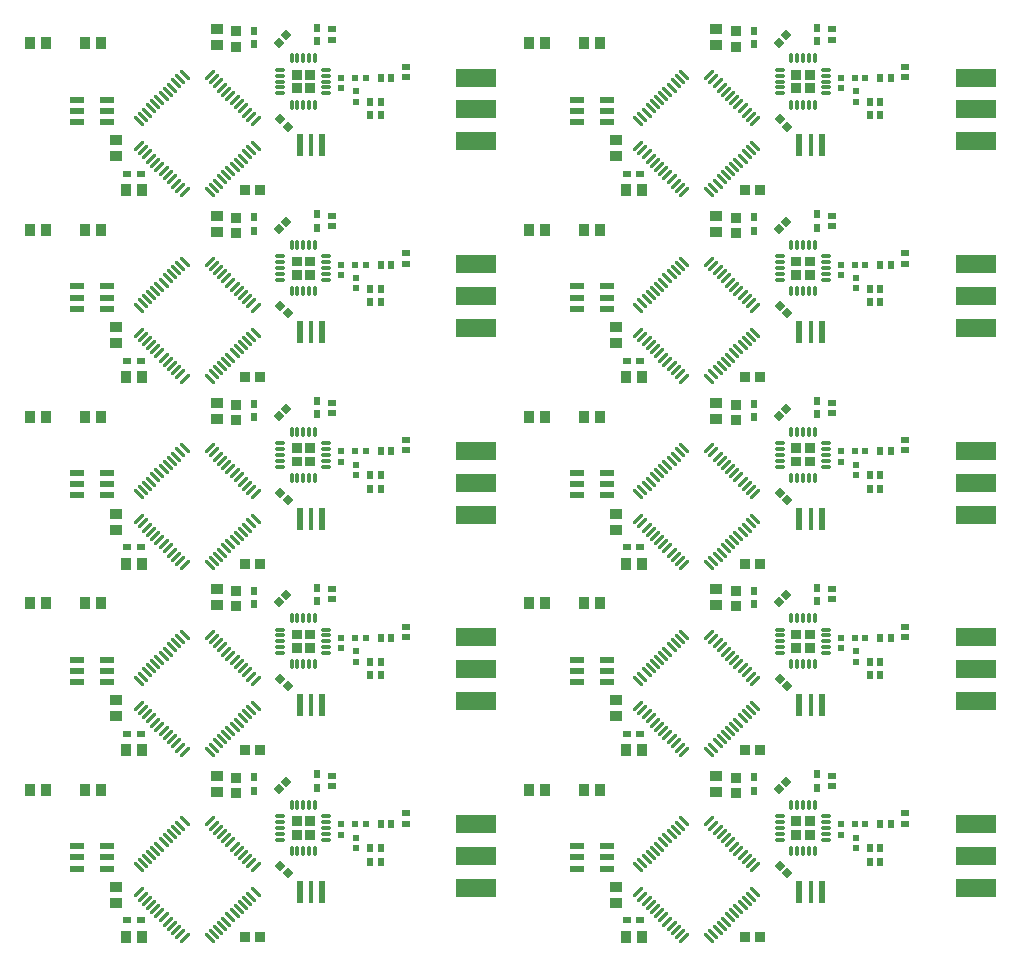
<source format=gtp>
G04*
G04 #@! TF.GenerationSoftware,Altium Limited,Altium Designer,22.10.1 (41)*
G04*
G04 Layer_Color=8421504*
%FSTAX24Y24*%
%MOIN*%
G70*
G04*
G04 #@! TF.SameCoordinates,3ABB2080-4673-4E4B-9202-AF62ACB4AD27*
G04*
G04*
G04 #@! TF.FilePolarity,Positive*
G04*
G01*
G75*
%ADD17R,0.1378X0.0591*%
G04:AMPARAMS|DCode=18|XSize=25.2mil|YSize=23.6mil|CornerRadius=0mil|HoleSize=0mil|Usage=FLASHONLY|Rotation=225.000|XOffset=0mil|YOffset=0mil|HoleType=Round|Shape=Rectangle|*
%AMROTATEDRECTD18*
4,1,4,0.0006,0.0173,0.0173,0.0006,-0.0006,-0.0173,-0.0173,-0.0006,0.0006,0.0173,0.0*
%
%ADD18ROTATEDRECTD18*%

G04:AMPARAMS|DCode=19|XSize=25.2mil|YSize=23.6mil|CornerRadius=0mil|HoleSize=0mil|Usage=FLASHONLY|Rotation=135.000|XOffset=0mil|YOffset=0mil|HoleType=Round|Shape=Rectangle|*
%AMROTATEDRECTD19*
4,1,4,0.0173,-0.0006,0.0006,-0.0173,-0.0173,0.0006,-0.0006,0.0173,0.0173,-0.0006,0.0*
%
%ADD19ROTATEDRECTD19*%

%ADD20R,0.0236X0.0252*%
%ADD21R,0.0252X0.0236*%
%ADD22R,0.0394X0.0354*%
%ADD23R,0.0354X0.0394*%
%ADD24R,0.0236X0.0197*%
%ADD25R,0.0197X0.0236*%
%ADD26R,0.0335X0.0374*%
%ADD27R,0.0295X0.0236*%
%ADD28R,0.0236X0.0295*%
%ADD29R,0.0374X0.0335*%
G04:AMPARAMS|DCode=30|XSize=47.6mil|YSize=23.2mil|CornerRadius=2.9mil|HoleSize=0mil|Usage=FLASHONLY|Rotation=0.000|XOffset=0mil|YOffset=0mil|HoleType=Round|Shape=RoundedRectangle|*
%AMROUNDEDRECTD30*
21,1,0.0476,0.0174,0,0,0.0*
21,1,0.0418,0.0232,0,0,0.0*
1,1,0.0058,0.0209,-0.0087*
1,1,0.0058,-0.0209,-0.0087*
1,1,0.0058,-0.0209,0.0087*
1,1,0.0058,0.0209,0.0087*
%
%ADD30ROUNDEDRECTD30*%
%ADD31R,0.0157X0.0748*%
%ADD32R,0.0236X0.0748*%
G04:AMPARAMS|DCode=34|XSize=31.9mil|YSize=10.2mil|CornerRadius=1.3mil|HoleSize=0mil|Usage=FLASHONLY|Rotation=0.000|XOffset=0mil|YOffset=0mil|HoleType=Round|Shape=RoundedRectangle|*
%AMROUNDEDRECTD34*
21,1,0.0319,0.0077,0,0,0.0*
21,1,0.0293,0.0102,0,0,0.0*
1,1,0.0026,0.0147,-0.0038*
1,1,0.0026,-0.0147,-0.0038*
1,1,0.0026,-0.0147,0.0038*
1,1,0.0026,0.0147,0.0038*
%
%ADD34ROUNDEDRECTD34*%
G04:AMPARAMS|DCode=35|XSize=31.9mil|YSize=10.2mil|CornerRadius=1.3mil|HoleSize=0mil|Usage=FLASHONLY|Rotation=90.000|XOffset=0mil|YOffset=0mil|HoleType=Round|Shape=RoundedRectangle|*
%AMROUNDEDRECTD35*
21,1,0.0319,0.0077,0,0,90.0*
21,1,0.0293,0.0102,0,0,90.0*
1,1,0.0026,0.0038,0.0147*
1,1,0.0026,0.0038,-0.0147*
1,1,0.0026,-0.0038,-0.0147*
1,1,0.0026,-0.0038,0.0147*
%
%ADD35ROUNDEDRECTD35*%
G04:AMPARAMS|DCode=36|XSize=11.8mil|YSize=47.2mil|CornerRadius=0mil|HoleSize=0mil|Usage=FLASHONLY|Rotation=225.000|XOffset=0mil|YOffset=0mil|HoleType=Round|Shape=Round|*
%AMOVALD36*
21,1,0.0354,0.0118,0.0000,0.0000,315.0*
1,1,0.0118,-0.0125,0.0125*
1,1,0.0118,0.0125,-0.0125*
%
%ADD36OVALD36*%

G04:AMPARAMS|DCode=37|XSize=11.8mil|YSize=47.2mil|CornerRadius=0mil|HoleSize=0mil|Usage=FLASHONLY|Rotation=135.000|XOffset=0mil|YOffset=0mil|HoleType=Round|Shape=Round|*
%AMOVALD37*
21,1,0.0354,0.0118,0.0000,0.0000,225.0*
1,1,0.0118,0.0125,0.0125*
1,1,0.0118,-0.0125,-0.0125*
%
%ADD37OVALD37*%

G36*
X044157Y042399D02*
X043834D01*
Y042721D01*
X044157D01*
Y042399D01*
D02*
G37*
G36*
X027504D02*
X02718D01*
Y042721D01*
X027504D01*
Y042399D01*
D02*
G37*
G36*
X044606Y042399D02*
X044283D01*
Y042721D01*
X044606D01*
Y042399D01*
D02*
G37*
G36*
X027952D02*
X02763D01*
Y042721D01*
X027952D01*
Y042399D01*
D02*
G37*
G36*
X044606Y04195D02*
X044283D01*
Y042273D01*
X044606D01*
Y04195D01*
D02*
G37*
G36*
X027952D02*
X02763D01*
Y042273D01*
X027952D01*
Y04195D01*
D02*
G37*
G36*
X044157Y041949D02*
X043834D01*
Y042273D01*
X044157D01*
Y041949D01*
D02*
G37*
G36*
X027504D02*
X027181D01*
Y042273D01*
X027504D01*
Y041949D01*
D02*
G37*
G36*
X044157Y036178D02*
X043834D01*
Y036501D01*
X044157D01*
Y036178D01*
D02*
G37*
G36*
X027504D02*
X02718D01*
Y036501D01*
X027504D01*
Y036178D01*
D02*
G37*
G36*
X044606Y036178D02*
X044283D01*
Y036501D01*
X044606D01*
Y036178D01*
D02*
G37*
G36*
X027952D02*
X02763D01*
Y036501D01*
X027952D01*
Y036178D01*
D02*
G37*
G36*
X044606Y035729D02*
X044283D01*
Y036052D01*
X044606D01*
Y035729D01*
D02*
G37*
G36*
X027952D02*
X02763D01*
Y036052D01*
X027952D01*
Y035729D01*
D02*
G37*
G36*
X044157Y035729D02*
X043834D01*
Y036052D01*
X044157D01*
Y035729D01*
D02*
G37*
G36*
X027504D02*
X027181D01*
Y036052D01*
X027504D01*
Y035729D01*
D02*
G37*
G36*
X044157Y029958D02*
X043834D01*
Y03028D01*
X044157D01*
Y029958D01*
D02*
G37*
G36*
X027504D02*
X02718D01*
Y03028D01*
X027504D01*
Y029958D01*
D02*
G37*
G36*
X044606Y029958D02*
X044283D01*
Y03028D01*
X044606D01*
Y029958D01*
D02*
G37*
G36*
X027952D02*
X02763D01*
Y03028D01*
X027952D01*
Y029958D01*
D02*
G37*
G36*
X044606Y029509D02*
X044283D01*
Y029832D01*
X044606D01*
Y029509D01*
D02*
G37*
G36*
X027952D02*
X02763D01*
Y029832D01*
X027952D01*
Y029509D01*
D02*
G37*
G36*
X044157Y029509D02*
X043834D01*
Y029832D01*
X044157D01*
Y029509D01*
D02*
G37*
G36*
X027504D02*
X027181D01*
Y029832D01*
X027504D01*
Y029509D01*
D02*
G37*
G36*
X044157Y023737D02*
X043834D01*
Y02406D01*
X044157D01*
Y023737D01*
D02*
G37*
G36*
X027504D02*
X02718D01*
Y02406D01*
X027504D01*
Y023737D01*
D02*
G37*
G36*
X044606Y023737D02*
X044283D01*
Y02406D01*
X044606D01*
Y023737D01*
D02*
G37*
G36*
X027952D02*
X02763D01*
Y02406D01*
X027952D01*
Y023737D01*
D02*
G37*
G36*
X044606Y023288D02*
X044283D01*
Y023611D01*
X044606D01*
Y023288D01*
D02*
G37*
G36*
X027952D02*
X02763D01*
Y023611D01*
X027952D01*
Y023288D01*
D02*
G37*
G36*
X044157Y023288D02*
X043834D01*
Y023611D01*
X044157D01*
Y023288D01*
D02*
G37*
G36*
X027504D02*
X027181D01*
Y023611D01*
X027504D01*
Y023288D01*
D02*
G37*
G36*
X044157Y017517D02*
X043834D01*
Y017839D01*
X044157D01*
Y017517D01*
D02*
G37*
G36*
X027504D02*
X02718D01*
Y017839D01*
X027504D01*
Y017517D01*
D02*
G37*
G36*
X044606Y017517D02*
X044283D01*
Y017839D01*
X044606D01*
Y017517D01*
D02*
G37*
G36*
X027952D02*
X02763D01*
Y017839D01*
X027952D01*
Y017517D01*
D02*
G37*
G36*
X044606Y017068D02*
X044283D01*
Y017391D01*
X044606D01*
Y017068D01*
D02*
G37*
G36*
X027952D02*
X02763D01*
Y017391D01*
X027952D01*
Y017068D01*
D02*
G37*
G36*
X044157Y017068D02*
X043834D01*
Y017391D01*
X044157D01*
Y017068D01*
D02*
G37*
G36*
X027504D02*
X027181D01*
Y017391D01*
X027504D01*
Y017068D01*
D02*
G37*
D17*
X033323Y016521D02*
D03*
Y017584D02*
D03*
Y015458D02*
D03*
X049976Y016521D02*
D03*
Y017584D02*
D03*
Y015458D02*
D03*
X033323Y022742D02*
D03*
Y023805D02*
D03*
Y021679D02*
D03*
X049976Y022742D02*
D03*
Y023805D02*
D03*
Y021679D02*
D03*
X033323Y028962D02*
D03*
Y030025D02*
D03*
Y027899D02*
D03*
X049976Y028962D02*
D03*
Y030025D02*
D03*
Y027899D02*
D03*
X033323Y035183D02*
D03*
Y036246D02*
D03*
Y03412D02*
D03*
X049976Y035183D02*
D03*
Y036246D02*
D03*
Y03412D02*
D03*
X033323Y041403D02*
D03*
Y042466D02*
D03*
Y04034D02*
D03*
X049976Y041403D02*
D03*
Y042466D02*
D03*
Y04034D02*
D03*
D18*
X027045Y015949D02*
D03*
X0268Y016194D02*
D03*
X043699Y015949D02*
D03*
X043454Y016194D02*
D03*
X027045Y022169D02*
D03*
X0268Y022414D02*
D03*
X043699Y022169D02*
D03*
X043454Y022414D02*
D03*
X027045Y02839D02*
D03*
X0268Y028635D02*
D03*
X043699Y02839D02*
D03*
X043454Y028635D02*
D03*
X027045Y03461D02*
D03*
X0268Y034855D02*
D03*
X043699Y03461D02*
D03*
X043454Y034855D02*
D03*
X027045Y040831D02*
D03*
X0268Y041076D02*
D03*
X043699Y040831D02*
D03*
X043454Y041076D02*
D03*
D19*
X02675Y018749D02*
D03*
X026995Y018994D02*
D03*
X043404Y018749D02*
D03*
X043649Y018994D02*
D03*
X02675Y024969D02*
D03*
X026995Y025214D02*
D03*
X043404Y024969D02*
D03*
X043649Y025214D02*
D03*
X02675Y03119D02*
D03*
X026995Y031435D02*
D03*
X043404Y03119D02*
D03*
X043649Y031435D02*
D03*
X02675Y03741D02*
D03*
X026995Y037655D02*
D03*
X043404Y03741D02*
D03*
X043649Y037655D02*
D03*
X02675Y043631D02*
D03*
X026995Y043876D02*
D03*
X043404Y043631D02*
D03*
X043649Y043876D02*
D03*
D20*
X0298Y016321D02*
D03*
X030146D02*
D03*
X0298Y016771D02*
D03*
X030146D02*
D03*
X030496Y017571D02*
D03*
X03015D02*
D03*
X046453Y016321D02*
D03*
X0468D02*
D03*
X046453Y016771D02*
D03*
X0468D02*
D03*
X04715Y017571D02*
D03*
X046803D02*
D03*
X0298Y022542D02*
D03*
X030146D02*
D03*
X0298Y022992D02*
D03*
X030146D02*
D03*
X030496Y023792D02*
D03*
X03015D02*
D03*
X046453Y022542D02*
D03*
X0468D02*
D03*
X046453Y022992D02*
D03*
X0468D02*
D03*
X04715Y023792D02*
D03*
X046803D02*
D03*
X0298Y028762D02*
D03*
X030146D02*
D03*
X0298Y029212D02*
D03*
X030146D02*
D03*
X030496Y030012D02*
D03*
X03015D02*
D03*
X046453Y028762D02*
D03*
X0468D02*
D03*
X046453Y029212D02*
D03*
X0468D02*
D03*
X04715Y030012D02*
D03*
X046803D02*
D03*
X0298Y034983D02*
D03*
X030146D02*
D03*
X0298Y035433D02*
D03*
X030146D02*
D03*
X030496Y036233D02*
D03*
X03015D02*
D03*
X046453Y034983D02*
D03*
X0468D02*
D03*
X046453Y035433D02*
D03*
X0468D02*
D03*
X04715Y036233D02*
D03*
X046803D02*
D03*
X0298Y041203D02*
D03*
X030146D02*
D03*
X0298Y041653D02*
D03*
X030146D02*
D03*
X030496Y042453D02*
D03*
X03015D02*
D03*
X046453Y041203D02*
D03*
X0468D02*
D03*
X046453Y041653D02*
D03*
X0468D02*
D03*
X04715Y042453D02*
D03*
X046803D02*
D03*
D21*
X030973Y017598D02*
D03*
Y017945D02*
D03*
X028523Y019195D02*
D03*
Y018848D02*
D03*
X047626Y017598D02*
D03*
Y017945D02*
D03*
X045176Y019195D02*
D03*
Y018848D02*
D03*
X030973Y023819D02*
D03*
Y024165D02*
D03*
X028523Y025415D02*
D03*
Y025069D02*
D03*
X047626Y023819D02*
D03*
Y024165D02*
D03*
X045176Y025415D02*
D03*
Y025069D02*
D03*
X030973Y030039D02*
D03*
Y030385D02*
D03*
X028523Y031635D02*
D03*
Y031289D02*
D03*
X047626Y030039D02*
D03*
Y030385D02*
D03*
X045176Y031635D02*
D03*
Y031289D02*
D03*
X030973Y03626D02*
D03*
Y036606D02*
D03*
X028523Y037856D02*
D03*
Y03751D02*
D03*
X047626Y03626D02*
D03*
Y036606D02*
D03*
X045176Y037856D02*
D03*
Y03751D02*
D03*
X030973Y04248D02*
D03*
Y042826D02*
D03*
X028523Y044076D02*
D03*
Y04373D02*
D03*
X047626Y04248D02*
D03*
Y042826D02*
D03*
X045176Y044076D02*
D03*
Y04373D02*
D03*
D22*
X021323Y014956D02*
D03*
Y015487D02*
D03*
X024673Y019187D02*
D03*
Y018656D02*
D03*
X037976Y014956D02*
D03*
Y015487D02*
D03*
X041326Y019187D02*
D03*
Y018656D02*
D03*
X021323Y021176D02*
D03*
Y021708D02*
D03*
X024673Y025408D02*
D03*
Y024876D02*
D03*
X037976Y021176D02*
D03*
Y021708D02*
D03*
X041326Y025408D02*
D03*
Y024876D02*
D03*
X021323Y027397D02*
D03*
Y027928D02*
D03*
X024673Y031628D02*
D03*
Y031097D02*
D03*
X037976Y027397D02*
D03*
Y027928D02*
D03*
X041326Y031628D02*
D03*
Y031097D02*
D03*
X021323Y033617D02*
D03*
Y034148D02*
D03*
X024673Y037848D02*
D03*
Y037317D02*
D03*
X037976Y033617D02*
D03*
Y034148D02*
D03*
X041326Y037848D02*
D03*
Y037317D02*
D03*
X021323Y039837D02*
D03*
Y040369D02*
D03*
X024673Y044069D02*
D03*
Y043537D02*
D03*
X037976Y039837D02*
D03*
Y040369D02*
D03*
X041326Y044069D02*
D03*
Y043537D02*
D03*
D23*
X022189Y013821D02*
D03*
X021657D02*
D03*
X020804Y018721D02*
D03*
X020273D02*
D03*
X018973D02*
D03*
X018441D02*
D03*
X038842Y013821D02*
D03*
X038311D02*
D03*
X037458Y018721D02*
D03*
X036926D02*
D03*
X035626D02*
D03*
X035095D02*
D03*
X022189Y020042D02*
D03*
X021657D02*
D03*
X020804Y024942D02*
D03*
X020273D02*
D03*
X018973D02*
D03*
X018441D02*
D03*
X038842Y020042D02*
D03*
X038311D02*
D03*
X037458Y024942D02*
D03*
X036926D02*
D03*
X035626D02*
D03*
X035095D02*
D03*
X022189Y026262D02*
D03*
X021657D02*
D03*
X020804Y031162D02*
D03*
X020273D02*
D03*
X018973D02*
D03*
X018441D02*
D03*
X038842Y026262D02*
D03*
X038311D02*
D03*
X037458Y031162D02*
D03*
X036926D02*
D03*
X035626D02*
D03*
X035095D02*
D03*
X022189Y032483D02*
D03*
X021657D02*
D03*
X020804Y037383D02*
D03*
X020273D02*
D03*
X018973D02*
D03*
X018441D02*
D03*
X038842Y032483D02*
D03*
X038311D02*
D03*
X037458Y037383D02*
D03*
X036926D02*
D03*
X035626D02*
D03*
X035095D02*
D03*
X022189Y038703D02*
D03*
X021657D02*
D03*
X020804Y043603D02*
D03*
X020273D02*
D03*
X018973D02*
D03*
X018441D02*
D03*
X038842Y038703D02*
D03*
X038311D02*
D03*
X037458Y043603D02*
D03*
X036926D02*
D03*
X035626D02*
D03*
X035095D02*
D03*
D24*
X029323Y017121D02*
D03*
Y016775D02*
D03*
X028823Y017225D02*
D03*
Y017571D02*
D03*
X045976Y017121D02*
D03*
Y016775D02*
D03*
X045476Y017225D02*
D03*
Y017571D02*
D03*
X029323Y023342D02*
D03*
Y022995D02*
D03*
X028823Y023445D02*
D03*
Y023792D02*
D03*
X045976Y023342D02*
D03*
Y022995D02*
D03*
X045476Y023445D02*
D03*
Y023792D02*
D03*
X029323Y029562D02*
D03*
Y029216D02*
D03*
X028823Y029666D02*
D03*
Y030012D02*
D03*
X045976Y029562D02*
D03*
Y029216D02*
D03*
X045476Y029666D02*
D03*
Y030012D02*
D03*
X029323Y035783D02*
D03*
Y035436D02*
D03*
X028823Y035886D02*
D03*
Y036233D02*
D03*
X045976Y035783D02*
D03*
Y035436D02*
D03*
X045476Y035886D02*
D03*
Y036233D02*
D03*
X029323Y042003D02*
D03*
Y041657D02*
D03*
X028823Y042107D02*
D03*
Y042453D02*
D03*
X045976Y042003D02*
D03*
Y041657D02*
D03*
X045476Y042107D02*
D03*
Y042453D02*
D03*
D25*
X029646Y017571D02*
D03*
X0293D02*
D03*
X0463D02*
D03*
X045953D02*
D03*
X029646Y023792D02*
D03*
X0293D02*
D03*
X0463D02*
D03*
X045953D02*
D03*
X029646Y030012D02*
D03*
X0293D02*
D03*
X0463D02*
D03*
X045953D02*
D03*
X029646Y036233D02*
D03*
X0293D02*
D03*
X0463D02*
D03*
X045953D02*
D03*
X029646Y042453D02*
D03*
X0293D02*
D03*
X0463D02*
D03*
X045953D02*
D03*
D26*
X026129Y013821D02*
D03*
X025617D02*
D03*
X042782D02*
D03*
X042271D02*
D03*
X026129Y020042D02*
D03*
X025617D02*
D03*
X042782D02*
D03*
X042271D02*
D03*
X026129Y026262D02*
D03*
X025617D02*
D03*
X042782D02*
D03*
X042271D02*
D03*
X026129Y032483D02*
D03*
X025617D02*
D03*
X042782D02*
D03*
X042271D02*
D03*
X026129Y038703D02*
D03*
X025617D02*
D03*
X042782D02*
D03*
X042271D02*
D03*
D27*
X022149Y014371D02*
D03*
X021697D02*
D03*
X038803D02*
D03*
X03835D02*
D03*
X022149Y020592D02*
D03*
X021697D02*
D03*
X038803D02*
D03*
X03835D02*
D03*
X022149Y026812D02*
D03*
X021697D02*
D03*
X038803D02*
D03*
X03835D02*
D03*
X022149Y033033D02*
D03*
X021697D02*
D03*
X038803D02*
D03*
X03835D02*
D03*
X022149Y039253D02*
D03*
X021697D02*
D03*
X038803D02*
D03*
X03835D02*
D03*
D28*
X028023Y018795D02*
D03*
Y019248D02*
D03*
X025923Y019148D02*
D03*
Y018695D02*
D03*
X044676Y018795D02*
D03*
Y019248D02*
D03*
X042576Y019148D02*
D03*
Y018695D02*
D03*
X028023Y025015D02*
D03*
Y025468D02*
D03*
X025923Y025368D02*
D03*
Y024915D02*
D03*
X044676Y025015D02*
D03*
Y025468D02*
D03*
X042576Y025368D02*
D03*
Y024915D02*
D03*
X028023Y031236D02*
D03*
Y031689D02*
D03*
X025923Y031589D02*
D03*
Y031136D02*
D03*
X044676Y031236D02*
D03*
Y031689D02*
D03*
X042576Y031589D02*
D03*
Y031136D02*
D03*
X028023Y037456D02*
D03*
Y037909D02*
D03*
X025923Y037809D02*
D03*
Y037356D02*
D03*
X044676Y037456D02*
D03*
Y037909D02*
D03*
X042576Y037809D02*
D03*
Y037356D02*
D03*
X028023Y043677D02*
D03*
Y04413D02*
D03*
X025923Y04403D02*
D03*
Y043577D02*
D03*
X044676Y043677D02*
D03*
Y04413D02*
D03*
X042576Y04403D02*
D03*
Y043577D02*
D03*
D29*
X025323Y019127D02*
D03*
Y018615D02*
D03*
X041976Y019127D02*
D03*
Y018615D02*
D03*
X025323Y025348D02*
D03*
Y024836D02*
D03*
X041976Y025348D02*
D03*
Y024836D02*
D03*
X025323Y031568D02*
D03*
Y031056D02*
D03*
X041976Y031568D02*
D03*
Y031056D02*
D03*
X025323Y037789D02*
D03*
Y037277D02*
D03*
X041976Y037789D02*
D03*
Y037277D02*
D03*
X025323Y044009D02*
D03*
Y043497D02*
D03*
X041976Y044009D02*
D03*
Y043497D02*
D03*
D30*
X020029Y016845D02*
D03*
Y016471D02*
D03*
Y016097D02*
D03*
X021017D02*
D03*
X021017Y016471D02*
D03*
X021017Y016845D02*
D03*
X036682D02*
D03*
Y016471D02*
D03*
Y016097D02*
D03*
X037671D02*
D03*
X037671Y016471D02*
D03*
X037671Y016845D02*
D03*
X020029Y023066D02*
D03*
Y022692D02*
D03*
Y022318D02*
D03*
X021017D02*
D03*
X021017Y022692D02*
D03*
X021017Y023066D02*
D03*
X036682D02*
D03*
Y022692D02*
D03*
Y022318D02*
D03*
X037671D02*
D03*
X037671Y022692D02*
D03*
X037671Y023066D02*
D03*
X020029Y029286D02*
D03*
Y028912D02*
D03*
Y028538D02*
D03*
X021017D02*
D03*
X021017Y028912D02*
D03*
X021017Y029286D02*
D03*
X036682D02*
D03*
Y028912D02*
D03*
Y028538D02*
D03*
X037671D02*
D03*
X037671Y028912D02*
D03*
X037671Y029286D02*
D03*
X020029Y035507D02*
D03*
Y035133D02*
D03*
Y034759D02*
D03*
X021017D02*
D03*
X021017Y035133D02*
D03*
X021017Y035507D02*
D03*
X036682D02*
D03*
Y035133D02*
D03*
Y034759D02*
D03*
X037671D02*
D03*
X037671Y035133D02*
D03*
X037671Y035507D02*
D03*
X020029Y041727D02*
D03*
Y041353D02*
D03*
Y040979D02*
D03*
X021017D02*
D03*
X021017Y041353D02*
D03*
X021017Y041727D02*
D03*
X036682D02*
D03*
Y041353D02*
D03*
Y040979D02*
D03*
X037671D02*
D03*
X037671Y041353D02*
D03*
X037671Y041727D02*
D03*
D31*
X027823Y015321D02*
D03*
X044476D02*
D03*
X027823Y021542D02*
D03*
X044476D02*
D03*
X027823Y027762D02*
D03*
X044476D02*
D03*
X027823Y033983D02*
D03*
X044476D02*
D03*
X027823Y040203D02*
D03*
X044476D02*
D03*
D32*
X028197Y015321D02*
D03*
X027449D02*
D03*
X04485D02*
D03*
X044102D02*
D03*
X028197Y021542D02*
D03*
X027449D02*
D03*
X04485D02*
D03*
X044102D02*
D03*
X028197Y027762D02*
D03*
X027449D02*
D03*
X04485D02*
D03*
X044102D02*
D03*
X028197Y033983D02*
D03*
X027449D02*
D03*
X04485D02*
D03*
X044102D02*
D03*
X028197Y040203D02*
D03*
X027449D02*
D03*
X04485D02*
D03*
X044102D02*
D03*
D34*
X028334Y017847D02*
D03*
Y01765D02*
D03*
Y017454D02*
D03*
Y017257D02*
D03*
Y01706D02*
D03*
X026799D02*
D03*
Y017257D02*
D03*
Y017454D02*
D03*
Y01765D02*
D03*
Y017847D02*
D03*
X044988D02*
D03*
Y01765D02*
D03*
Y017454D02*
D03*
Y017257D02*
D03*
Y01706D02*
D03*
X043452D02*
D03*
Y017257D02*
D03*
Y017454D02*
D03*
Y01765D02*
D03*
Y017847D02*
D03*
X028334Y024068D02*
D03*
Y023871D02*
D03*
Y023674D02*
D03*
Y023477D02*
D03*
Y02328D02*
D03*
X026799D02*
D03*
Y023477D02*
D03*
Y023674D02*
D03*
Y023871D02*
D03*
Y024068D02*
D03*
X044988D02*
D03*
Y023871D02*
D03*
Y023674D02*
D03*
Y023477D02*
D03*
Y02328D02*
D03*
X043452D02*
D03*
Y023477D02*
D03*
Y023674D02*
D03*
Y023871D02*
D03*
Y024068D02*
D03*
X028334Y030288D02*
D03*
Y030091D02*
D03*
Y029895D02*
D03*
Y029698D02*
D03*
Y029501D02*
D03*
X026799D02*
D03*
Y029698D02*
D03*
Y029895D02*
D03*
Y030091D02*
D03*
Y030288D02*
D03*
X044988D02*
D03*
Y030091D02*
D03*
Y029895D02*
D03*
Y029698D02*
D03*
Y029501D02*
D03*
X043452D02*
D03*
Y029698D02*
D03*
Y029895D02*
D03*
Y030091D02*
D03*
Y030288D02*
D03*
X028334Y036509D02*
D03*
Y036312D02*
D03*
Y036115D02*
D03*
Y035918D02*
D03*
Y035721D02*
D03*
X026799D02*
D03*
Y035918D02*
D03*
Y036115D02*
D03*
Y036312D02*
D03*
Y036509D02*
D03*
X044988D02*
D03*
Y036312D02*
D03*
Y036115D02*
D03*
Y035918D02*
D03*
Y035721D02*
D03*
X043452D02*
D03*
Y035918D02*
D03*
Y036115D02*
D03*
Y036312D02*
D03*
Y036509D02*
D03*
X028334Y042729D02*
D03*
Y042532D02*
D03*
Y042335D02*
D03*
Y042139D02*
D03*
Y041942D02*
D03*
X026799D02*
D03*
Y042139D02*
D03*
Y042335D02*
D03*
Y042532D02*
D03*
Y042729D02*
D03*
X044988D02*
D03*
Y042532D02*
D03*
Y042335D02*
D03*
Y042139D02*
D03*
Y041942D02*
D03*
X043452D02*
D03*
Y042139D02*
D03*
Y042335D02*
D03*
Y042532D02*
D03*
Y042729D02*
D03*
D35*
X027173Y018221D02*
D03*
X02737D02*
D03*
X027567D02*
D03*
X027763D02*
D03*
X02796D02*
D03*
Y016686D02*
D03*
X027763D02*
D03*
X027567D02*
D03*
X02737D02*
D03*
X027173D02*
D03*
X043826Y018221D02*
D03*
X044023D02*
D03*
X04422D02*
D03*
X044417D02*
D03*
X044614D02*
D03*
Y016686D02*
D03*
X044417D02*
D03*
X04422D02*
D03*
X044023D02*
D03*
X043826D02*
D03*
X027173Y024442D02*
D03*
X02737D02*
D03*
X027567D02*
D03*
X027763D02*
D03*
X02796D02*
D03*
Y022906D02*
D03*
X027763D02*
D03*
X027567D02*
D03*
X02737D02*
D03*
X027173D02*
D03*
X043826Y024442D02*
D03*
X044023D02*
D03*
X04422D02*
D03*
X044417D02*
D03*
X044614D02*
D03*
Y022906D02*
D03*
X044417D02*
D03*
X04422D02*
D03*
X044023D02*
D03*
X043826D02*
D03*
X027173Y030662D02*
D03*
X02737D02*
D03*
X027567D02*
D03*
X027763D02*
D03*
X02796D02*
D03*
Y029127D02*
D03*
X027763D02*
D03*
X027567D02*
D03*
X02737D02*
D03*
X027173D02*
D03*
X043826Y030662D02*
D03*
X044023D02*
D03*
X04422D02*
D03*
X044417D02*
D03*
X044614D02*
D03*
Y029127D02*
D03*
X044417D02*
D03*
X04422D02*
D03*
X044023D02*
D03*
X043826D02*
D03*
X027173Y036883D02*
D03*
X02737D02*
D03*
X027567D02*
D03*
X027763D02*
D03*
X02796D02*
D03*
Y035347D02*
D03*
X027763D02*
D03*
X027567D02*
D03*
X02737D02*
D03*
X027173D02*
D03*
X043826Y036883D02*
D03*
X044023D02*
D03*
X04422D02*
D03*
X044417D02*
D03*
X044614D02*
D03*
Y035347D02*
D03*
X044417D02*
D03*
X04422D02*
D03*
X044023D02*
D03*
X043826D02*
D03*
X027173Y043103D02*
D03*
X02737D02*
D03*
X027567D02*
D03*
X027763D02*
D03*
X02796D02*
D03*
Y041568D02*
D03*
X027763D02*
D03*
X027567D02*
D03*
X02737D02*
D03*
X027173D02*
D03*
X043826Y043103D02*
D03*
X044023D02*
D03*
X04422D02*
D03*
X044417D02*
D03*
X044614D02*
D03*
Y041568D02*
D03*
X044417D02*
D03*
X04422D02*
D03*
X044023D02*
D03*
X043826D02*
D03*
D36*
X02444Y013773D02*
D03*
X02458Y013912D02*
D03*
X024719Y014051D02*
D03*
X024858Y01419D02*
D03*
X024997Y014329D02*
D03*
X025136Y014469D02*
D03*
X025276Y014608D02*
D03*
X025415Y014747D02*
D03*
X025554Y014886D02*
D03*
X025693Y015025D02*
D03*
X025832Y015165D02*
D03*
X025972Y015304D02*
D03*
X023605Y01767D02*
D03*
X023466Y017531D02*
D03*
X023327Y017392D02*
D03*
X023188Y017252D02*
D03*
X023049Y017113D02*
D03*
X022909Y016974D02*
D03*
X02277Y016835D02*
D03*
X022631Y016696D02*
D03*
X022492Y016556D02*
D03*
X022353Y016417D02*
D03*
X022213Y016278D02*
D03*
X022074Y016139D02*
D03*
X041094Y013773D02*
D03*
X041233Y013912D02*
D03*
X041372Y014051D02*
D03*
X041512Y01419D02*
D03*
X041651Y014329D02*
D03*
X04179Y014469D02*
D03*
X041929Y014608D02*
D03*
X042068Y014747D02*
D03*
X042208Y014886D02*
D03*
X042347Y015025D02*
D03*
X042486Y015165D02*
D03*
X042625Y015304D02*
D03*
X040259Y01767D02*
D03*
X04012Y017531D02*
D03*
X03998Y017392D02*
D03*
X039841Y017252D02*
D03*
X039702Y017113D02*
D03*
X039563Y016974D02*
D03*
X039424Y016835D02*
D03*
X039285Y016696D02*
D03*
X039145Y016556D02*
D03*
X039006Y016417D02*
D03*
X038867Y016278D02*
D03*
X038728Y016139D02*
D03*
X02444Y019993D02*
D03*
X02458Y020132D02*
D03*
X024719Y020271D02*
D03*
X024858Y020411D02*
D03*
X024997Y02055D02*
D03*
X025136Y020689D02*
D03*
X025276Y020828D02*
D03*
X025415Y020967D02*
D03*
X025554Y021107D02*
D03*
X025693Y021246D02*
D03*
X025832Y021385D02*
D03*
X025972Y021524D02*
D03*
X023605Y023891D02*
D03*
X023466Y023751D02*
D03*
X023327Y023612D02*
D03*
X023188Y023473D02*
D03*
X023049Y023334D02*
D03*
X022909Y023195D02*
D03*
X02277Y023055D02*
D03*
X022631Y022916D02*
D03*
X022492Y022777D02*
D03*
X022353Y022638D02*
D03*
X022213Y022499D02*
D03*
X022074Y022359D02*
D03*
X041094Y019993D02*
D03*
X041233Y020132D02*
D03*
X041372Y020271D02*
D03*
X041512Y020411D02*
D03*
X041651Y02055D02*
D03*
X04179Y020689D02*
D03*
X041929Y020828D02*
D03*
X042068Y020967D02*
D03*
X042208Y021107D02*
D03*
X042347Y021246D02*
D03*
X042486Y021385D02*
D03*
X042625Y021524D02*
D03*
X040259Y023891D02*
D03*
X04012Y023751D02*
D03*
X03998Y023612D02*
D03*
X039841Y023473D02*
D03*
X039702Y023334D02*
D03*
X039563Y023195D02*
D03*
X039424Y023055D02*
D03*
X039285Y022916D02*
D03*
X039145Y022777D02*
D03*
X039006Y022638D02*
D03*
X038867Y022499D02*
D03*
X038728Y022359D02*
D03*
X02444Y026214D02*
D03*
X02458Y026353D02*
D03*
X024719Y026492D02*
D03*
X024858Y026631D02*
D03*
X024997Y02677D02*
D03*
X025136Y02691D02*
D03*
X025276Y027049D02*
D03*
X025415Y027188D02*
D03*
X025554Y027327D02*
D03*
X025693Y027466D02*
D03*
X025832Y027605D02*
D03*
X025972Y027745D02*
D03*
X023605Y030111D02*
D03*
X023466Y029972D02*
D03*
X023327Y029833D02*
D03*
X023188Y029693D02*
D03*
X023049Y029554D02*
D03*
X022909Y029415D02*
D03*
X02277Y029276D02*
D03*
X022631Y029137D02*
D03*
X022492Y028997D02*
D03*
X022353Y028858D02*
D03*
X022213Y028719D02*
D03*
X022074Y02858D02*
D03*
X041094Y026214D02*
D03*
X041233Y026353D02*
D03*
X041372Y026492D02*
D03*
X041512Y026631D02*
D03*
X041651Y02677D02*
D03*
X04179Y02691D02*
D03*
X041929Y027049D02*
D03*
X042068Y027188D02*
D03*
X042208Y027327D02*
D03*
X042347Y027466D02*
D03*
X042486Y027605D02*
D03*
X042625Y027745D02*
D03*
X040259Y030111D02*
D03*
X04012Y029972D02*
D03*
X03998Y029833D02*
D03*
X039841Y029693D02*
D03*
X039702Y029554D02*
D03*
X039563Y029415D02*
D03*
X039424Y029276D02*
D03*
X039285Y029137D02*
D03*
X039145Y028997D02*
D03*
X039006Y028858D02*
D03*
X038867Y028719D02*
D03*
X038728Y02858D02*
D03*
X02444Y032434D02*
D03*
X02458Y032573D02*
D03*
X024719Y032712D02*
D03*
X024858Y032852D02*
D03*
X024997Y032991D02*
D03*
X025136Y03313D02*
D03*
X025276Y033269D02*
D03*
X025415Y033408D02*
D03*
X025554Y033548D02*
D03*
X025693Y033687D02*
D03*
X025832Y033826D02*
D03*
X025972Y033965D02*
D03*
X023605Y036331D02*
D03*
X023466Y036192D02*
D03*
X023327Y036053D02*
D03*
X023188Y035914D02*
D03*
X023049Y035775D02*
D03*
X022909Y035635D02*
D03*
X02277Y035496D02*
D03*
X022631Y035357D02*
D03*
X022492Y035218D02*
D03*
X022353Y035079D02*
D03*
X022213Y03494D02*
D03*
X022074Y0348D02*
D03*
X041094Y032434D02*
D03*
X041233Y032573D02*
D03*
X041372Y032712D02*
D03*
X041512Y032852D02*
D03*
X041651Y032991D02*
D03*
X04179Y03313D02*
D03*
X041929Y033269D02*
D03*
X042068Y033408D02*
D03*
X042208Y033548D02*
D03*
X042347Y033687D02*
D03*
X042486Y033826D02*
D03*
X042625Y033965D02*
D03*
X040259Y036331D02*
D03*
X04012Y036192D02*
D03*
X03998Y036053D02*
D03*
X039841Y035914D02*
D03*
X039702Y035775D02*
D03*
X039563Y035635D02*
D03*
X039424Y035496D02*
D03*
X039285Y035357D02*
D03*
X039145Y035218D02*
D03*
X039006Y035079D02*
D03*
X038867Y03494D02*
D03*
X038728Y0348D02*
D03*
X02444Y038654D02*
D03*
X02458Y038794D02*
D03*
X024719Y038933D02*
D03*
X024858Y039072D02*
D03*
X024997Y039211D02*
D03*
X025136Y03935D02*
D03*
X025276Y03949D02*
D03*
X025415Y039629D02*
D03*
X025554Y039768D02*
D03*
X025693Y039907D02*
D03*
X025832Y040046D02*
D03*
X025972Y040186D02*
D03*
X023605Y042552D02*
D03*
X023466Y042413D02*
D03*
X023327Y042274D02*
D03*
X023188Y042134D02*
D03*
X023049Y041995D02*
D03*
X022909Y041856D02*
D03*
X02277Y041717D02*
D03*
X022631Y041578D02*
D03*
X022492Y041438D02*
D03*
X022353Y041299D02*
D03*
X022213Y04116D02*
D03*
X022074Y041021D02*
D03*
X041094Y038654D02*
D03*
X041233Y038794D02*
D03*
X041372Y038933D02*
D03*
X041512Y039072D02*
D03*
X041651Y039211D02*
D03*
X04179Y03935D02*
D03*
X041929Y03949D02*
D03*
X042068Y039629D02*
D03*
X042208Y039768D02*
D03*
X042347Y039907D02*
D03*
X042486Y040046D02*
D03*
X042625Y040186D02*
D03*
X040259Y042552D02*
D03*
X04012Y042413D02*
D03*
X03998Y042274D02*
D03*
X039841Y042134D02*
D03*
X039702Y041995D02*
D03*
X039563Y041856D02*
D03*
X039424Y041717D02*
D03*
X039285Y041578D02*
D03*
X039145Y041438D02*
D03*
X039006Y041299D02*
D03*
X038867Y04116D02*
D03*
X038728Y041021D02*
D03*
D37*
X025972Y016139D02*
D03*
X025832Y016278D02*
D03*
X025693Y016417D02*
D03*
X025554Y016556D02*
D03*
X025415Y016696D02*
D03*
X025276Y016835D02*
D03*
X025136Y016974D02*
D03*
X024997Y017113D02*
D03*
X024858Y017252D02*
D03*
X024719Y017392D02*
D03*
X02458Y017531D02*
D03*
X02444Y01767D02*
D03*
X022074Y015304D02*
D03*
X022213Y015165D02*
D03*
X022353Y015025D02*
D03*
X022492Y014886D02*
D03*
X022631Y014747D02*
D03*
X02277Y014608D02*
D03*
X022909Y014469D02*
D03*
X023049Y014329D02*
D03*
X023188Y01419D02*
D03*
X023327Y014051D02*
D03*
X023466Y013912D02*
D03*
X023605Y013773D02*
D03*
X042625Y016139D02*
D03*
X042486Y016278D02*
D03*
X042347Y016417D02*
D03*
X042208Y016556D02*
D03*
X042068Y016696D02*
D03*
X041929Y016835D02*
D03*
X04179Y016974D02*
D03*
X041651Y017113D02*
D03*
X041512Y017252D02*
D03*
X041372Y017392D02*
D03*
X041233Y017531D02*
D03*
X041094Y01767D02*
D03*
X038728Y015304D02*
D03*
X038867Y015165D02*
D03*
X039006Y015025D02*
D03*
X039145Y014886D02*
D03*
X039285Y014747D02*
D03*
X039424Y014608D02*
D03*
X039563Y014469D02*
D03*
X039702Y014329D02*
D03*
X039841Y01419D02*
D03*
X03998Y014051D02*
D03*
X04012Y013912D02*
D03*
X040259Y013773D02*
D03*
X025972Y022359D02*
D03*
X025832Y022499D02*
D03*
X025693Y022638D02*
D03*
X025554Y022777D02*
D03*
X025415Y022916D02*
D03*
X025276Y023055D02*
D03*
X025136Y023195D02*
D03*
X024997Y023334D02*
D03*
X024858Y023473D02*
D03*
X024719Y023612D02*
D03*
X02458Y023751D02*
D03*
X02444Y023891D02*
D03*
X022074Y021524D02*
D03*
X022213Y021385D02*
D03*
X022353Y021246D02*
D03*
X022492Y021107D02*
D03*
X022631Y020967D02*
D03*
X02277Y020828D02*
D03*
X022909Y020689D02*
D03*
X023049Y02055D02*
D03*
X023188Y020411D02*
D03*
X023327Y020271D02*
D03*
X023466Y020132D02*
D03*
X023605Y019993D02*
D03*
X042625Y022359D02*
D03*
X042486Y022499D02*
D03*
X042347Y022638D02*
D03*
X042208Y022777D02*
D03*
X042068Y022916D02*
D03*
X041929Y023055D02*
D03*
X04179Y023195D02*
D03*
X041651Y023334D02*
D03*
X041512Y023473D02*
D03*
X041372Y023612D02*
D03*
X041233Y023751D02*
D03*
X041094Y023891D02*
D03*
X038728Y021524D02*
D03*
X038867Y021385D02*
D03*
X039006Y021246D02*
D03*
X039145Y021107D02*
D03*
X039285Y020967D02*
D03*
X039424Y020828D02*
D03*
X039563Y020689D02*
D03*
X039702Y02055D02*
D03*
X039841Y020411D02*
D03*
X03998Y020271D02*
D03*
X04012Y020132D02*
D03*
X040259Y019993D02*
D03*
X025972Y02858D02*
D03*
X025832Y028719D02*
D03*
X025693Y028858D02*
D03*
X025554Y028997D02*
D03*
X025415Y029137D02*
D03*
X025276Y029276D02*
D03*
X025136Y029415D02*
D03*
X024997Y029554D02*
D03*
X024858Y029693D02*
D03*
X024719Y029833D02*
D03*
X02458Y029972D02*
D03*
X02444Y030111D02*
D03*
X022074Y027745D02*
D03*
X022213Y027605D02*
D03*
X022353Y027466D02*
D03*
X022492Y027327D02*
D03*
X022631Y027188D02*
D03*
X02277Y027049D02*
D03*
X022909Y02691D02*
D03*
X023049Y02677D02*
D03*
X023188Y026631D02*
D03*
X023327Y026492D02*
D03*
X023466Y026353D02*
D03*
X023605Y026214D02*
D03*
X042625Y02858D02*
D03*
X042486Y028719D02*
D03*
X042347Y028858D02*
D03*
X042208Y028997D02*
D03*
X042068Y029137D02*
D03*
X041929Y029276D02*
D03*
X04179Y029415D02*
D03*
X041651Y029554D02*
D03*
X041512Y029693D02*
D03*
X041372Y029833D02*
D03*
X041233Y029972D02*
D03*
X041094Y030111D02*
D03*
X038728Y027745D02*
D03*
X038867Y027605D02*
D03*
X039006Y027466D02*
D03*
X039145Y027327D02*
D03*
X039285Y027188D02*
D03*
X039424Y027049D02*
D03*
X039563Y02691D02*
D03*
X039702Y02677D02*
D03*
X039841Y026631D02*
D03*
X03998Y026492D02*
D03*
X04012Y026353D02*
D03*
X040259Y026214D02*
D03*
X025972Y0348D02*
D03*
X025832Y03494D02*
D03*
X025693Y035079D02*
D03*
X025554Y035218D02*
D03*
X025415Y035357D02*
D03*
X025276Y035496D02*
D03*
X025136Y035635D02*
D03*
X024997Y035775D02*
D03*
X024858Y035914D02*
D03*
X024719Y036053D02*
D03*
X02458Y036192D02*
D03*
X02444Y036331D02*
D03*
X022074Y033965D02*
D03*
X022213Y033826D02*
D03*
X022353Y033687D02*
D03*
X022492Y033548D02*
D03*
X022631Y033408D02*
D03*
X02277Y033269D02*
D03*
X022909Y03313D02*
D03*
X023049Y032991D02*
D03*
X023188Y032852D02*
D03*
X023327Y032712D02*
D03*
X023466Y032573D02*
D03*
X023605Y032434D02*
D03*
X042625Y0348D02*
D03*
X042486Y03494D02*
D03*
X042347Y035079D02*
D03*
X042208Y035218D02*
D03*
X042068Y035357D02*
D03*
X041929Y035496D02*
D03*
X04179Y035635D02*
D03*
X041651Y035775D02*
D03*
X041512Y035914D02*
D03*
X041372Y036053D02*
D03*
X041233Y036192D02*
D03*
X041094Y036331D02*
D03*
X038728Y033965D02*
D03*
X038867Y033826D02*
D03*
X039006Y033687D02*
D03*
X039145Y033548D02*
D03*
X039285Y033408D02*
D03*
X039424Y033269D02*
D03*
X039563Y03313D02*
D03*
X039702Y032991D02*
D03*
X039841Y032852D02*
D03*
X03998Y032712D02*
D03*
X04012Y032573D02*
D03*
X040259Y032434D02*
D03*
X025972Y041021D02*
D03*
X025832Y04116D02*
D03*
X025693Y041299D02*
D03*
X025554Y041438D02*
D03*
X025415Y041578D02*
D03*
X025276Y041717D02*
D03*
X025136Y041856D02*
D03*
X024997Y041995D02*
D03*
X024858Y042134D02*
D03*
X024719Y042274D02*
D03*
X02458Y042413D02*
D03*
X02444Y042552D02*
D03*
X022074Y040186D02*
D03*
X022213Y040046D02*
D03*
X022353Y039907D02*
D03*
X022492Y039768D02*
D03*
X022631Y039629D02*
D03*
X02277Y03949D02*
D03*
X022909Y03935D02*
D03*
X023049Y039211D02*
D03*
X023188Y039072D02*
D03*
X023327Y038933D02*
D03*
X023466Y038794D02*
D03*
X023605Y038654D02*
D03*
X042625Y041021D02*
D03*
X042486Y04116D02*
D03*
X042347Y041299D02*
D03*
X042208Y041438D02*
D03*
X042068Y041578D02*
D03*
X041929Y041717D02*
D03*
X04179Y041856D02*
D03*
X041651Y041995D02*
D03*
X041512Y042134D02*
D03*
X041372Y042274D02*
D03*
X041233Y042413D02*
D03*
X041094Y042552D02*
D03*
X038728Y040186D02*
D03*
X038867Y040046D02*
D03*
X039006Y039907D02*
D03*
X039145Y039768D02*
D03*
X039285Y039629D02*
D03*
X039424Y03949D02*
D03*
X039563Y03935D02*
D03*
X039702Y039211D02*
D03*
X039841Y039072D02*
D03*
X03998Y038933D02*
D03*
X04012Y038794D02*
D03*
X040259Y038654D02*
D03*
M02*

</source>
